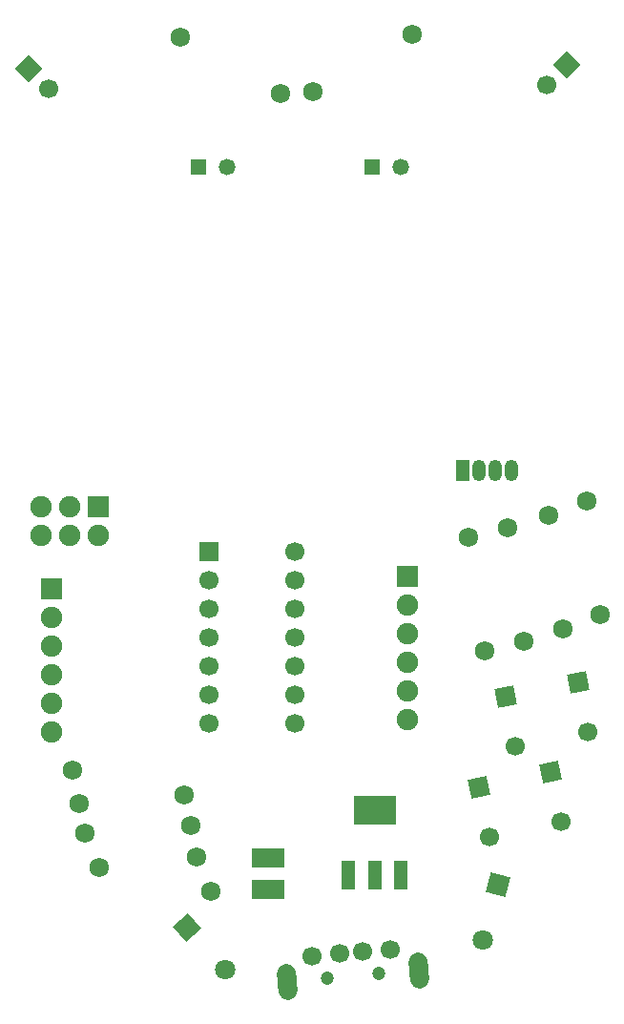
<source format=gbr>
G04 DipTrace 3.3.1.3*
G04 BottomMask.gbr*
%MOIN*%
G04 #@! TF.FileFunction,Soldermask,Bot*
G04 #@! TF.Part,Single*
%AMOUTLINE1*
4,1,4,
0.0434,0.025058,
0.025058,-0.0434,
-0.0434,-0.025058,
-0.025058,0.0434,
0.0434,0.025058,
0*%
%AMOUTLINE4*
4,1,4,
0.00256,0.050049,
0.050049,-0.00256,
-0.00256,-0.050049,
-0.050049,0.00256,
0.00256,0.050049,
0*%
%AMOUTLINE7*
4,1,4,
0.0,-0.047331,
-0.047331,0.0,
0.0,0.047331,
0.047331,0.0,
0.0,-0.047331,
0*%
%AMOUTLINE10*
4,1,4,
-0.047331,0.0,
0.0,0.047331,
0.047331,0.0,
0.0,-0.047331,
-0.047331,0.0,
0*%
%AMOUTLINE13*
4,1,4,
-0.02656,-0.039175,
-0.039175,0.02656,
0.02656,0.039175,
0.039175,-0.02656,
-0.02656,-0.039175,
0*%
%AMOUTLINE16*
4,1,4,
-0.025791,-0.039687,
-0.039687,0.025791,
0.025791,0.039687,
0.039687,-0.025791,
-0.025791,-0.039687,
0*%
%AMOUTLINE19*
4,1,16,
-0.030792,-0.032714,
-0.026377,-0.046509,
-0.016101,-0.057354,
-0.002138,-0.062665,
0.012747,-0.061392,
0.025607,-0.053786,
0.033891,-0.041355,
0.035899,-0.027011,
0.030792,0.032714,
0.026377,0.046509,
0.016101,0.057354,
0.002138,0.062665,
-0.012747,0.061392,
-0.025607,0.053786,
-0.033891,0.041355,
-0.035899,0.027011,
-0.030792,-0.032714,
0*%
%ADD36C,0.047244*%
%ADD47R,0.147644X0.1004*%
%ADD49R,0.045282X0.104337*%
%ADD51R,0.066935X0.066935*%
%ADD53C,0.066935*%
%ADD55R,0.114179X0.070872*%
%ADD57C,0.06788*%
%ADD59C,0.06788*%
%ADD61C,0.074809*%
%ADD63R,0.074809X0.074809*%
%ADD65C,0.066935*%
%ADD67R,0.049219X0.074809*%
%ADD69O,0.049219X0.074809*%
%ADD71R,0.05788X0.05788*%
%ADD73C,0.05788*%
%ADD75C,0.070872*%
%ADD86OUTLINE1*%
%ADD89OUTLINE4*%
%ADD92OUTLINE7*%
%ADD95OUTLINE10*%
%ADD98OUTLINE13*%
%ADD101OUTLINE16*%
%ADD104OUTLINE19*%
%FSLAX26Y26*%
G04*
G70*
G90*
G75*
G01*
G04 BotMask*
%LPD*%
D75*
X2099771Y662422D3*
D86*
X2151535Y855608D3*
D75*
X1199865Y556183D3*
D89*
X1065855Y704645D3*
D73*
X1206115Y3362138D3*
D71*
X1106115D3*
D73*
X1812301D3*
D71*
X1712301D3*
D69*
X2199760Y2299750D3*
X2087260D3*
D67*
X2031011D3*
D69*
X2143511D3*
D92*
X512438Y3705852D3*
D65*
X583149Y3635141D3*
D95*
X2393490Y3718351D3*
D65*
X2322779Y3647640D3*
D63*
X1836915Y1930154D3*
D61*
Y1830154D3*
Y1730154D3*
Y1630154D3*
Y1530154D3*
Y1430154D3*
D63*
X592234Y1889074D3*
D61*
Y1789074D3*
Y1689074D3*
Y1589074D3*
Y1489074D3*
Y1389074D3*
D63*
X756162Y2174763D3*
D61*
Y2074763D3*
X656162Y2174763D3*
Y2074763D3*
X556162Y2174763D3*
Y2074763D3*
D59*
X1393595Y3618361D3*
D57*
X1044372Y3813409D3*
D59*
X1506083Y3624611D3*
D57*
X1852493Y3824611D3*
D59*
X1099876Y949892D3*
D57*
X708640Y1033162D3*
D59*
X2049776Y2068524D3*
D57*
X2106585Y1672579D3*
D59*
X1149871Y831154D3*
D57*
X758532Y913947D3*
D59*
X1056130Y1168619D3*
D57*
X665267Y1253616D3*
D59*
X1081128Y1062380D3*
D57*
X688338Y1137986D3*
D55*
X1349850Y837403D3*
Y947640D3*
D59*
X2462233Y2193511D3*
D57*
X2508915Y1796243D3*
D59*
X2330997Y2143516D3*
D57*
X2379327Y1746448D3*
D59*
X2187262Y2099771D3*
D57*
X2244721Y1703920D3*
D98*
X2181019Y1512326D3*
D53*
X2214410Y1338336D3*
X2465729Y1386568D3*
D98*
X2432338Y1560558D3*
D101*
X2087272Y1193616D3*
D53*
X2124050Y1020310D3*
X2374381Y1073436D3*
D101*
X2337602Y1246742D3*
D51*
X1143621Y2018529D3*
D65*
Y1918529D3*
Y1818529D3*
Y1718529D3*
Y1618529D3*
Y1518529D3*
Y1418529D3*
X1443621D3*
Y1518529D3*
Y1618529D3*
Y1718529D3*
Y1818529D3*
Y1918529D3*
Y2018529D3*
D49*
X1812301Y887398D3*
X1721750D3*
X1631199D3*
D47*
X1721750Y1115745D3*
D65*
X1600469Y614288D3*
X1678923Y620998D3*
X1776990Y629385D3*
X1502402Y605901D3*
D104*
X1417264Y515640D3*
X1876218Y554893D3*
D36*
X1736962Y542983D3*
X1556519Y527550D3*
M02*

</source>
